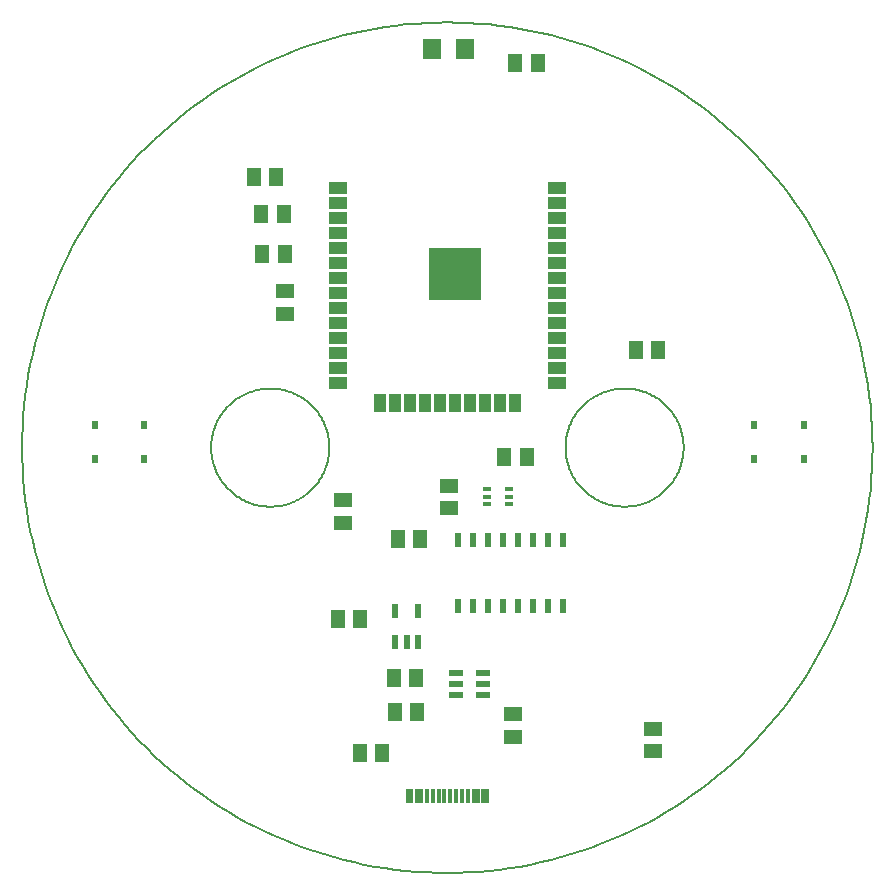
<source format=gtp>
G04 EAGLE Gerber RS-274X export*
G75*
%MOMM*%
%FSLAX34Y34*%
%LPD*%
%INSolder paste top*%
%IPPOS*%
%AMOC8*
5,1,8,0,0,1.08239X$1,22.5*%
G01*
%ADD10C,0.152400*%
%ADD11R,1.600000X1.803000*%
%ADD12R,1.300000X1.500000*%
%ADD13R,1.500000X1.300000*%
%ADD14R,0.300000X1.150000*%
%ADD15R,0.600000X1.200000*%
%ADD16R,1.500000X1.000000*%
%ADD17R,1.000000X1.500000*%
%ADD18R,4.500000X4.500000*%
%ADD19R,0.660000X0.300000*%
%ADD20R,0.550000X1.200000*%
%ADD21R,0.500000X0.700000*%
%ADD22R,1.200000X0.600000*%


D10*
X0Y360000D02*
X108Y368835D01*
X434Y377664D01*
X975Y386483D01*
X1733Y395286D01*
X2707Y404068D01*
X3896Y412823D01*
X5300Y421546D01*
X6917Y430233D01*
X8747Y438876D01*
X10789Y447473D01*
X13041Y456017D01*
X15501Y464502D01*
X18170Y472925D01*
X21044Y481280D01*
X24123Y489562D01*
X27403Y497766D01*
X30884Y505887D01*
X34564Y513920D01*
X38439Y521860D01*
X42508Y529703D01*
X46769Y537443D01*
X51218Y545077D01*
X55853Y552599D01*
X60671Y560005D01*
X65669Y567291D01*
X70845Y574452D01*
X76195Y581483D01*
X81716Y588382D01*
X87405Y595142D01*
X93258Y601761D01*
X99271Y608235D01*
X105442Y614558D01*
X111765Y620729D01*
X118239Y626742D01*
X124858Y632595D01*
X131618Y638284D01*
X138517Y643805D01*
X145548Y649155D01*
X152709Y654331D01*
X159995Y659329D01*
X167401Y664147D01*
X174923Y668782D01*
X182557Y673231D01*
X190297Y677492D01*
X198140Y681561D01*
X206080Y685436D01*
X214113Y689116D01*
X222234Y692597D01*
X230438Y695877D01*
X238720Y698956D01*
X247075Y701830D01*
X255498Y704499D01*
X263983Y706959D01*
X272527Y709211D01*
X281124Y711253D01*
X289767Y713083D01*
X298454Y714700D01*
X307177Y716104D01*
X315932Y717293D01*
X324714Y718267D01*
X333517Y719025D01*
X342336Y719566D01*
X351165Y719892D01*
X360000Y720000D01*
X368835Y719892D01*
X377664Y719566D01*
X386483Y719025D01*
X395286Y718267D01*
X404068Y717293D01*
X412823Y716104D01*
X421546Y714700D01*
X430233Y713083D01*
X438876Y711253D01*
X447473Y709211D01*
X456017Y706959D01*
X464502Y704499D01*
X472925Y701830D01*
X481280Y698956D01*
X489562Y695877D01*
X497766Y692597D01*
X505887Y689116D01*
X513920Y685436D01*
X521860Y681561D01*
X529703Y677492D01*
X537443Y673231D01*
X545077Y668782D01*
X552599Y664147D01*
X560005Y659329D01*
X567291Y654331D01*
X574452Y649155D01*
X581483Y643805D01*
X588382Y638284D01*
X595142Y632595D01*
X601761Y626742D01*
X608235Y620729D01*
X614558Y614558D01*
X620729Y608235D01*
X626742Y601761D01*
X632595Y595142D01*
X638284Y588382D01*
X643805Y581483D01*
X649155Y574452D01*
X654331Y567291D01*
X659329Y560005D01*
X664147Y552599D01*
X668782Y545077D01*
X673231Y537443D01*
X677492Y529703D01*
X681561Y521860D01*
X685436Y513920D01*
X689116Y505887D01*
X692597Y497766D01*
X695877Y489562D01*
X698956Y481280D01*
X701830Y472925D01*
X704499Y464502D01*
X706959Y456017D01*
X709211Y447473D01*
X711253Y438876D01*
X713083Y430233D01*
X714700Y421546D01*
X716104Y412823D01*
X717293Y404068D01*
X718267Y395286D01*
X719025Y386483D01*
X719566Y377664D01*
X719892Y368835D01*
X720000Y360000D01*
X719892Y351165D01*
X719566Y342336D01*
X719025Y333517D01*
X718267Y324714D01*
X717293Y315932D01*
X716104Y307177D01*
X714700Y298454D01*
X713083Y289767D01*
X711253Y281124D01*
X709211Y272527D01*
X706959Y263983D01*
X704499Y255498D01*
X701830Y247075D01*
X698956Y238720D01*
X695877Y230438D01*
X692597Y222234D01*
X689116Y214113D01*
X685436Y206080D01*
X681561Y198140D01*
X677492Y190297D01*
X673231Y182557D01*
X668782Y174923D01*
X664147Y167401D01*
X659329Y159995D01*
X654331Y152709D01*
X649155Y145548D01*
X643805Y138517D01*
X638284Y131618D01*
X632595Y124858D01*
X626742Y118239D01*
X620729Y111765D01*
X614558Y105442D01*
X608235Y99271D01*
X601761Y93258D01*
X595142Y87405D01*
X588382Y81716D01*
X581483Y76195D01*
X574452Y70845D01*
X567291Y65669D01*
X560005Y60671D01*
X552599Y55853D01*
X545077Y51218D01*
X537443Y46769D01*
X529703Y42508D01*
X521860Y38439D01*
X513920Y34564D01*
X505887Y30884D01*
X497766Y27403D01*
X489562Y24123D01*
X481280Y21044D01*
X472925Y18170D01*
X464502Y15501D01*
X456017Y13041D01*
X447473Y10789D01*
X438876Y8747D01*
X430233Y6917D01*
X421546Y5300D01*
X412823Y3896D01*
X404068Y2707D01*
X395286Y1733D01*
X386483Y975D01*
X377664Y434D01*
X368835Y108D01*
X360000Y0D01*
X351165Y108D01*
X342336Y434D01*
X333517Y975D01*
X324714Y1733D01*
X315932Y2707D01*
X307177Y3896D01*
X298454Y5300D01*
X289767Y6917D01*
X281124Y8747D01*
X272527Y10789D01*
X263983Y13041D01*
X255498Y15501D01*
X247075Y18170D01*
X238720Y21044D01*
X230438Y24123D01*
X222234Y27403D01*
X214113Y30884D01*
X206080Y34564D01*
X198140Y38439D01*
X190297Y42508D01*
X182557Y46769D01*
X174923Y51218D01*
X167401Y55853D01*
X159995Y60671D01*
X152709Y65669D01*
X145548Y70845D01*
X138517Y76195D01*
X131618Y81716D01*
X124858Y87405D01*
X118239Y93258D01*
X111765Y99271D01*
X105442Y105442D01*
X99271Y111765D01*
X93258Y118239D01*
X87405Y124858D01*
X81716Y131618D01*
X76195Y138517D01*
X70845Y145548D01*
X65669Y152709D01*
X60671Y159995D01*
X55853Y167401D01*
X51218Y174923D01*
X46769Y182557D01*
X42508Y190297D01*
X38439Y198140D01*
X34564Y206080D01*
X30884Y214113D01*
X27403Y222234D01*
X24123Y230438D01*
X21044Y238720D01*
X18170Y247075D01*
X15501Y255498D01*
X13041Y263983D01*
X10789Y272527D01*
X8747Y281124D01*
X6917Y289767D01*
X5300Y298454D01*
X3896Y307177D01*
X2707Y315932D01*
X1733Y324714D01*
X975Y333517D01*
X434Y342336D01*
X108Y351165D01*
X0Y360000D01*
X460000Y360000D02*
X460015Y361227D01*
X460060Y362453D01*
X460135Y363678D01*
X460241Y364901D01*
X460376Y366121D01*
X460541Y367337D01*
X460736Y368548D01*
X460961Y369755D01*
X461215Y370955D01*
X461498Y372149D01*
X461811Y373336D01*
X462153Y374514D01*
X462524Y375684D01*
X462923Y376844D01*
X463350Y377995D01*
X463806Y379134D01*
X464290Y380262D01*
X464801Y381378D01*
X465339Y382481D01*
X465904Y383570D01*
X466496Y384645D01*
X467114Y385705D01*
X467757Y386750D01*
X468427Y387779D01*
X469121Y388790D01*
X469840Y389785D01*
X470583Y390762D01*
X471349Y391720D01*
X472140Y392659D01*
X472952Y393578D01*
X473788Y394477D01*
X474645Y395355D01*
X475523Y396212D01*
X476422Y397048D01*
X477341Y397860D01*
X478280Y398651D01*
X479238Y399417D01*
X480215Y400160D01*
X481210Y400879D01*
X482221Y401573D01*
X483250Y402243D01*
X484295Y402886D01*
X485355Y403504D01*
X486430Y404096D01*
X487519Y404661D01*
X488622Y405199D01*
X489738Y405710D01*
X490866Y406194D01*
X492005Y406650D01*
X493156Y407077D01*
X494316Y407476D01*
X495486Y407847D01*
X496664Y408189D01*
X497851Y408502D01*
X499045Y408785D01*
X500245Y409039D01*
X501452Y409264D01*
X502663Y409459D01*
X503879Y409624D01*
X505099Y409759D01*
X506322Y409865D01*
X507547Y409940D01*
X508773Y409985D01*
X510000Y410000D01*
X511227Y409985D01*
X512453Y409940D01*
X513678Y409865D01*
X514901Y409759D01*
X516121Y409624D01*
X517337Y409459D01*
X518548Y409264D01*
X519755Y409039D01*
X520955Y408785D01*
X522149Y408502D01*
X523336Y408189D01*
X524514Y407847D01*
X525684Y407476D01*
X526844Y407077D01*
X527995Y406650D01*
X529134Y406194D01*
X530262Y405710D01*
X531378Y405199D01*
X532481Y404661D01*
X533570Y404096D01*
X534645Y403504D01*
X535705Y402886D01*
X536750Y402243D01*
X537779Y401573D01*
X538790Y400879D01*
X539785Y400160D01*
X540762Y399417D01*
X541720Y398651D01*
X542659Y397860D01*
X543578Y397048D01*
X544477Y396212D01*
X545355Y395355D01*
X546212Y394477D01*
X547048Y393578D01*
X547860Y392659D01*
X548651Y391720D01*
X549417Y390762D01*
X550160Y389785D01*
X550879Y388790D01*
X551573Y387779D01*
X552243Y386750D01*
X552886Y385705D01*
X553504Y384645D01*
X554096Y383570D01*
X554661Y382481D01*
X555199Y381378D01*
X555710Y380262D01*
X556194Y379134D01*
X556650Y377995D01*
X557077Y376844D01*
X557476Y375684D01*
X557847Y374514D01*
X558189Y373336D01*
X558502Y372149D01*
X558785Y370955D01*
X559039Y369755D01*
X559264Y368548D01*
X559459Y367337D01*
X559624Y366121D01*
X559759Y364901D01*
X559865Y363678D01*
X559940Y362453D01*
X559985Y361227D01*
X560000Y360000D01*
X559985Y358773D01*
X559940Y357547D01*
X559865Y356322D01*
X559759Y355099D01*
X559624Y353879D01*
X559459Y352663D01*
X559264Y351452D01*
X559039Y350245D01*
X558785Y349045D01*
X558502Y347851D01*
X558189Y346664D01*
X557847Y345486D01*
X557476Y344316D01*
X557077Y343156D01*
X556650Y342005D01*
X556194Y340866D01*
X555710Y339738D01*
X555199Y338622D01*
X554661Y337519D01*
X554096Y336430D01*
X553504Y335355D01*
X552886Y334295D01*
X552243Y333250D01*
X551573Y332221D01*
X550879Y331210D01*
X550160Y330215D01*
X549417Y329238D01*
X548651Y328280D01*
X547860Y327341D01*
X547048Y326422D01*
X546212Y325523D01*
X545355Y324645D01*
X544477Y323788D01*
X543578Y322952D01*
X542659Y322140D01*
X541720Y321349D01*
X540762Y320583D01*
X539785Y319840D01*
X538790Y319121D01*
X537779Y318427D01*
X536750Y317757D01*
X535705Y317114D01*
X534645Y316496D01*
X533570Y315904D01*
X532481Y315339D01*
X531378Y314801D01*
X530262Y314290D01*
X529134Y313806D01*
X527995Y313350D01*
X526844Y312923D01*
X525684Y312524D01*
X524514Y312153D01*
X523336Y311811D01*
X522149Y311498D01*
X520955Y311215D01*
X519755Y310961D01*
X518548Y310736D01*
X517337Y310541D01*
X516121Y310376D01*
X514901Y310241D01*
X513678Y310135D01*
X512453Y310060D01*
X511227Y310015D01*
X510000Y310000D01*
X508773Y310015D01*
X507547Y310060D01*
X506322Y310135D01*
X505099Y310241D01*
X503879Y310376D01*
X502663Y310541D01*
X501452Y310736D01*
X500245Y310961D01*
X499045Y311215D01*
X497851Y311498D01*
X496664Y311811D01*
X495486Y312153D01*
X494316Y312524D01*
X493156Y312923D01*
X492005Y313350D01*
X490866Y313806D01*
X489738Y314290D01*
X488622Y314801D01*
X487519Y315339D01*
X486430Y315904D01*
X485355Y316496D01*
X484295Y317114D01*
X483250Y317757D01*
X482221Y318427D01*
X481210Y319121D01*
X480215Y319840D01*
X479238Y320583D01*
X478280Y321349D01*
X477341Y322140D01*
X476422Y322952D01*
X475523Y323788D01*
X474645Y324645D01*
X473788Y325523D01*
X472952Y326422D01*
X472140Y327341D01*
X471349Y328280D01*
X470583Y329238D01*
X469840Y330215D01*
X469121Y331210D01*
X468427Y332221D01*
X467757Y333250D01*
X467114Y334295D01*
X466496Y335355D01*
X465904Y336430D01*
X465339Y337519D01*
X464801Y338622D01*
X464290Y339738D01*
X463806Y340866D01*
X463350Y342005D01*
X462923Y343156D01*
X462524Y344316D01*
X462153Y345486D01*
X461811Y346664D01*
X461498Y347851D01*
X461215Y349045D01*
X460961Y350245D01*
X460736Y351452D01*
X460541Y352663D01*
X460376Y353879D01*
X460241Y355099D01*
X460135Y356322D01*
X460060Y357547D01*
X460015Y358773D01*
X460000Y360000D01*
X160000Y360000D02*
X160015Y361227D01*
X160060Y362453D01*
X160135Y363678D01*
X160241Y364901D01*
X160376Y366121D01*
X160541Y367337D01*
X160736Y368548D01*
X160961Y369755D01*
X161215Y370955D01*
X161498Y372149D01*
X161811Y373336D01*
X162153Y374514D01*
X162524Y375684D01*
X162923Y376844D01*
X163350Y377995D01*
X163806Y379134D01*
X164290Y380262D01*
X164801Y381378D01*
X165339Y382481D01*
X165904Y383570D01*
X166496Y384645D01*
X167114Y385705D01*
X167757Y386750D01*
X168427Y387779D01*
X169121Y388790D01*
X169840Y389785D01*
X170583Y390762D01*
X171349Y391720D01*
X172140Y392659D01*
X172952Y393578D01*
X173788Y394477D01*
X174645Y395355D01*
X175523Y396212D01*
X176422Y397048D01*
X177341Y397860D01*
X178280Y398651D01*
X179238Y399417D01*
X180215Y400160D01*
X181210Y400879D01*
X182221Y401573D01*
X183250Y402243D01*
X184295Y402886D01*
X185355Y403504D01*
X186430Y404096D01*
X187519Y404661D01*
X188622Y405199D01*
X189738Y405710D01*
X190866Y406194D01*
X192005Y406650D01*
X193156Y407077D01*
X194316Y407476D01*
X195486Y407847D01*
X196664Y408189D01*
X197851Y408502D01*
X199045Y408785D01*
X200245Y409039D01*
X201452Y409264D01*
X202663Y409459D01*
X203879Y409624D01*
X205099Y409759D01*
X206322Y409865D01*
X207547Y409940D01*
X208773Y409985D01*
X210000Y410000D01*
X211227Y409985D01*
X212453Y409940D01*
X213678Y409865D01*
X214901Y409759D01*
X216121Y409624D01*
X217337Y409459D01*
X218548Y409264D01*
X219755Y409039D01*
X220955Y408785D01*
X222149Y408502D01*
X223336Y408189D01*
X224514Y407847D01*
X225684Y407476D01*
X226844Y407077D01*
X227995Y406650D01*
X229134Y406194D01*
X230262Y405710D01*
X231378Y405199D01*
X232481Y404661D01*
X233570Y404096D01*
X234645Y403504D01*
X235705Y402886D01*
X236750Y402243D01*
X237779Y401573D01*
X238790Y400879D01*
X239785Y400160D01*
X240762Y399417D01*
X241720Y398651D01*
X242659Y397860D01*
X243578Y397048D01*
X244477Y396212D01*
X245355Y395355D01*
X246212Y394477D01*
X247048Y393578D01*
X247860Y392659D01*
X248651Y391720D01*
X249417Y390762D01*
X250160Y389785D01*
X250879Y388790D01*
X251573Y387779D01*
X252243Y386750D01*
X252886Y385705D01*
X253504Y384645D01*
X254096Y383570D01*
X254661Y382481D01*
X255199Y381378D01*
X255710Y380262D01*
X256194Y379134D01*
X256650Y377995D01*
X257077Y376844D01*
X257476Y375684D01*
X257847Y374514D01*
X258189Y373336D01*
X258502Y372149D01*
X258785Y370955D01*
X259039Y369755D01*
X259264Y368548D01*
X259459Y367337D01*
X259624Y366121D01*
X259759Y364901D01*
X259865Y363678D01*
X259940Y362453D01*
X259985Y361227D01*
X260000Y360000D01*
X259985Y358773D01*
X259940Y357547D01*
X259865Y356322D01*
X259759Y355099D01*
X259624Y353879D01*
X259459Y352663D01*
X259264Y351452D01*
X259039Y350245D01*
X258785Y349045D01*
X258502Y347851D01*
X258189Y346664D01*
X257847Y345486D01*
X257476Y344316D01*
X257077Y343156D01*
X256650Y342005D01*
X256194Y340866D01*
X255710Y339738D01*
X255199Y338622D01*
X254661Y337519D01*
X254096Y336430D01*
X253504Y335355D01*
X252886Y334295D01*
X252243Y333250D01*
X251573Y332221D01*
X250879Y331210D01*
X250160Y330215D01*
X249417Y329238D01*
X248651Y328280D01*
X247860Y327341D01*
X247048Y326422D01*
X246212Y325523D01*
X245355Y324645D01*
X244477Y323788D01*
X243578Y322952D01*
X242659Y322140D01*
X241720Y321349D01*
X240762Y320583D01*
X239785Y319840D01*
X238790Y319121D01*
X237779Y318427D01*
X236750Y317757D01*
X235705Y317114D01*
X234645Y316496D01*
X233570Y315904D01*
X232481Y315339D01*
X231378Y314801D01*
X230262Y314290D01*
X229134Y313806D01*
X227995Y313350D01*
X226844Y312923D01*
X225684Y312524D01*
X224514Y312153D01*
X223336Y311811D01*
X222149Y311498D01*
X220955Y311215D01*
X219755Y310961D01*
X218548Y310736D01*
X217337Y310541D01*
X216121Y310376D01*
X214901Y310241D01*
X213678Y310135D01*
X212453Y310060D01*
X211227Y310015D01*
X210000Y310000D01*
X208773Y310015D01*
X207547Y310060D01*
X206322Y310135D01*
X205099Y310241D01*
X203879Y310376D01*
X202663Y310541D01*
X201452Y310736D01*
X200245Y310961D01*
X199045Y311215D01*
X197851Y311498D01*
X196664Y311811D01*
X195486Y312153D01*
X194316Y312524D01*
X193156Y312923D01*
X192005Y313350D01*
X190866Y313806D01*
X189738Y314290D01*
X188622Y314801D01*
X187519Y315339D01*
X186430Y315904D01*
X185355Y316496D01*
X184295Y317114D01*
X183250Y317757D01*
X182221Y318427D01*
X181210Y319121D01*
X180215Y319840D01*
X179238Y320583D01*
X178280Y321349D01*
X177341Y322140D01*
X176422Y322952D01*
X175523Y323788D01*
X174645Y324645D01*
X173788Y325523D01*
X172952Y326422D01*
X172140Y327341D01*
X171349Y328280D01*
X170583Y329238D01*
X169840Y330215D01*
X169121Y331210D01*
X168427Y332221D01*
X167757Y333250D01*
X167114Y334295D01*
X166496Y335355D01*
X165904Y336430D01*
X165339Y337519D01*
X164801Y338622D01*
X164290Y339738D01*
X163806Y340866D01*
X163350Y342005D01*
X162923Y343156D01*
X162524Y344316D01*
X162153Y345486D01*
X161811Y346664D01*
X161498Y347851D01*
X161215Y349045D01*
X160961Y350245D01*
X160736Y351452D01*
X160541Y352663D01*
X160376Y353879D01*
X160241Y355099D01*
X160135Y356322D01*
X160060Y357547D01*
X160015Y358773D01*
X160000Y360000D01*
D11*
X375310Y697810D03*
X346870Y697810D03*
D12*
X417520Y685520D03*
X436520Y685520D03*
X333728Y164802D03*
X314728Y164802D03*
X286058Y214586D03*
X267058Y214586D03*
D13*
X271206Y315248D03*
X271206Y296248D03*
D14*
X352500Y64750D03*
X362500Y64750D03*
X347500Y64750D03*
X342500Y64750D03*
X337500Y64750D03*
X334500Y64750D03*
X329500Y64750D03*
X326500Y64750D03*
X357500Y64750D03*
X367500Y64750D03*
X372500Y64750D03*
X377500Y64750D03*
X382500Y64750D03*
X385500Y64750D03*
X390500Y64750D03*
X393500Y64750D03*
D12*
X203150Y523640D03*
X222150Y523640D03*
D15*
X368990Y225540D03*
X381690Y225540D03*
X394390Y225540D03*
X407090Y225540D03*
X419790Y225540D03*
X432490Y225540D03*
X445190Y225540D03*
X457890Y225540D03*
X457890Y281540D03*
X445190Y281540D03*
X432490Y281540D03*
X419790Y281540D03*
X407090Y281540D03*
X394390Y281540D03*
X381690Y281540D03*
X368990Y281540D03*
D13*
X222210Y492180D03*
X222210Y473180D03*
D12*
X285902Y101346D03*
X304902Y101346D03*
D13*
X415134Y134390D03*
X415134Y115390D03*
X534200Y121730D03*
X534200Y102730D03*
D12*
X334520Y135770D03*
X315520Y135770D03*
D16*
X267500Y541900D03*
X267500Y529200D03*
X267500Y516500D03*
X267500Y503800D03*
X267500Y491100D03*
X267500Y478400D03*
X267500Y465700D03*
X267500Y453000D03*
D17*
X417300Y397500D03*
D16*
X452500Y414900D03*
X452500Y427600D03*
X452500Y440300D03*
X452500Y453000D03*
X452500Y465700D03*
X452500Y478400D03*
X452500Y491100D03*
D17*
X328400Y397500D03*
D16*
X267500Y440300D03*
X267500Y427600D03*
X267500Y414900D03*
D17*
X303000Y397500D03*
X315700Y397500D03*
D16*
X267500Y554600D03*
X267500Y567300D03*
X267500Y580000D03*
D17*
X341100Y397500D03*
X353800Y397500D03*
X366500Y397500D03*
X404600Y397500D03*
X391900Y397500D03*
X379200Y397500D03*
D16*
X452500Y503800D03*
X452500Y516500D03*
X452500Y529200D03*
X452500Y541900D03*
X452500Y554600D03*
X452500Y567300D03*
X452500Y580000D03*
D18*
X366800Y506700D03*
D19*
X393590Y325060D03*
X411990Y318560D03*
X411990Y312060D03*
X411990Y325060D03*
X393590Y318560D03*
X393590Y312060D03*
D13*
X361360Y308890D03*
X361360Y327890D03*
D12*
X408204Y352230D03*
X427204Y352230D03*
X336880Y282450D03*
X317880Y282450D03*
X215250Y589000D03*
X196250Y589000D03*
X221590Y557530D03*
X202590Y557530D03*
D20*
X316034Y195345D03*
X325534Y195345D03*
X335034Y195345D03*
X335034Y221347D03*
X316034Y221347D03*
D21*
X61470Y379520D03*
X103470Y379520D03*
X103470Y350520D03*
X61470Y350520D03*
X619630Y379520D03*
X661630Y379520D03*
X661630Y350520D03*
X619630Y350520D03*
D12*
X519340Y442332D03*
X538340Y442332D03*
D22*
X390000Y169500D03*
X390000Y160000D03*
X390000Y150500D03*
X367000Y169500D03*
X367000Y160000D03*
X367000Y150500D03*
M02*

</source>
